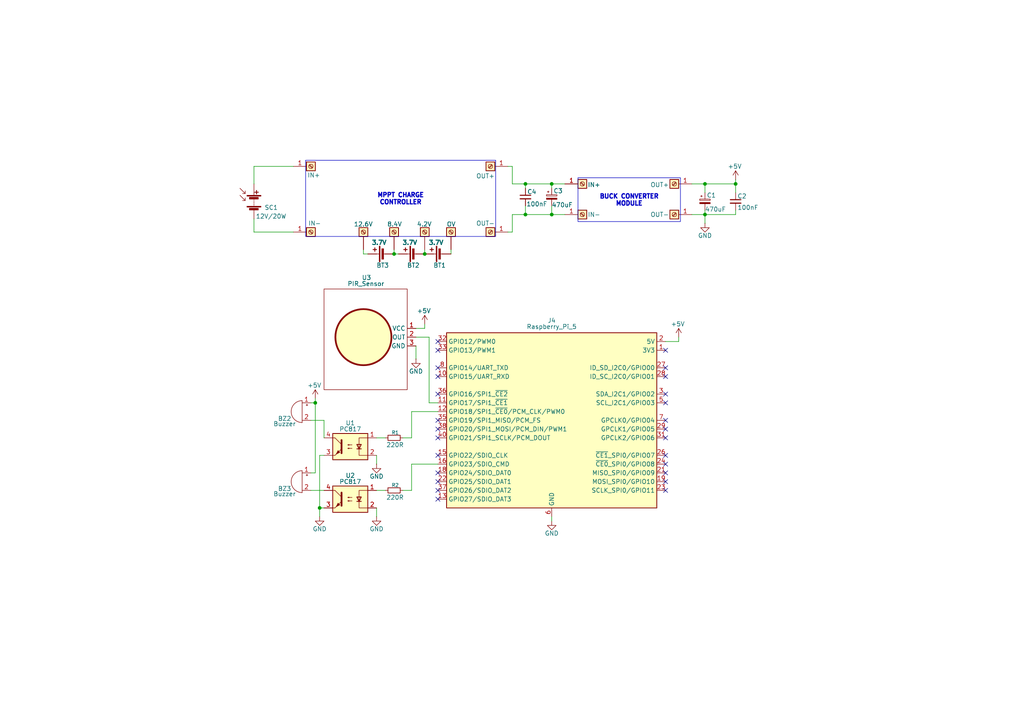
<source format=kicad_sch>
(kicad_sch (version 20250114) (generator "eeschema") (generator_version "9.0")
  (paper "A4")
  (lib_symbols
    (symbol "Connector:Screw_Terminal_01x01" (pin_names (offset 1.016) (hide yes))
      (property "Reference" "J" (at 0 2.54 0))
      (property "Value" "Screw_Terminal_01x01" (at 0 -2.54 0))
      (symbol "Screw_Terminal_01x01_1_1"
        (rectangle (start -1.27 1.27) (end 1.27 -1.27) (stroke (width 0.254)) (fill (type background)))
        (polyline (pts (xy -0.5334 0.3302) (xy 0.3302 -0.508)) (stroke (width 0.1524)))
        (polyline (pts (xy -0.3556 0.508) (xy 0.508 -0.3302)) (stroke (width 0.1524)))
        (circle (center 0 0) (radius 0.635) (stroke (width 0.1524)))
        (pin passive line (at -5.08 0 0) (length 3.81) (name "Pin_1") (number "1"))
      )
    )
    (symbol "Device:Battery_Cell" (pin_numbers (hide yes)) (pin_names (offset 0) (hide yes))
      (property "Reference" "BT" (at 2.54 2.54 0))
      (property "Value" "Battery_Cell" (at 2.54 0 0))
      (symbol "Battery_Cell_0_1"
        (rectangle (start -2.286 1.778) (end 2.286 1.524) (fill (type outline)))
        (rectangle (start -1.524 1.016) (end 1.524 0.508) (fill (type outline)))
        (polyline (pts (xy 0 1.778) (xy 0 2.54)))
        (polyline (pts (xy 0 0.762) (xy 0 0)))
        (polyline (pts (xy 0.762 3.048) (xy 1.778 3.048)) (stroke (width 0.254)))
        (polyline (pts (xy 1.27 3.556) (xy 1.27 2.54)) (stroke (width 0.254)))
      )
      (symbol "Battery_Cell_1_1"
        (pin passive line (at 0 5.08 270) (length 2.54) (name "+") (number "1"))
        (pin passive line (at 0 -2.54 90) (length 2.54) (name "-") (number "2"))
      )
    )
    (symbol "Device:Buzzer" (pin_names (offset 0.0254) (hide yes))
      (property "Reference" "BZ" (at 3.81 1.27 0))
      (property "Value" "Buzzer" (at 3.81 -1.27 0))
      (symbol "Buzzer_0_1"
        (polyline (pts (xy -1.651 1.905) (xy -1.143 1.905)))
        (polyline (pts (xy -1.397 2.159) (xy -1.397 1.651)))
        (arc (start 0 3.175) (mid 3.1612 0) (end 0 -3.175))
        (polyline (pts (xy 0 3.175) (xy 0 -3.175)))
      )
      (symbol "Buzzer_1_1"
        (pin passive line (at -2.54 2.54 0) (length 2.54) (name "+") (number "1"))
        (pin passive line (at -2.54 -2.54 0) (length 2.54) (name "-") (number "2"))
      )
    )
    (symbol "Device:C_Polarized_Small" (pin_numbers (hide yes)) (pin_names (offset 0.254) (hide yes))
      (property "Reference" "C" (at 0.254 1.778 0))
      (property "Value" "C_Polarized_Small" (at 0.254 -2.032 0))
      (symbol "C_Polarized_Small_0_1"
        (rectangle (start -1.524 0.6858) (end 1.524 0.3048))
        (rectangle (start -1.524 -0.3048) (end 1.524 -0.6858) (fill (type outline)))
        (polyline (pts (xy -1.27 1.524) (xy -0.762 1.524)))
        (polyline (pts (xy -1.016 1.27) (xy -1.016 1.778)))
      )
      (symbol "C_Polarized_Small_1_1"
        (pin passive line (at 0 2.54 270) (length 1.8542) (name "~") (number "1"))
        (pin passive line (at 0 -2.54 90) (length 1.8542) (name "~") (number "2"))
      )
    )
    (symbol "Device:C_Small" (pin_numbers (hide yes)) (pin_names (offset 0.254) (hide yes))
      (property "Reference" "C" (at 0.254 1.778 0))
      (property "Value" "C_Small" (at 0.254 -2.032 0))
      (symbol "C_Small_0_1"
        (polyline (pts (xy -1.524 0.508) (xy 1.524 0.508)) (stroke (width 0.3048)))
        (polyline (pts (xy -1.524 -0.508) (xy 1.524 -0.508)) (stroke (width 0.3302)))
      )
      (symbol "C_Small_1_1"
        (pin passive line (at 0 2.54 270) (length 2.032) (name "~") (number "1"))
        (pin passive line (at 0 -2.54 90) (length 2.032) (name "~") (number "2"))
      )
    )
    (symbol "Device:Solar_Cells" (pin_numbers (hide yes)) (pin_names (offset 0) (hide yes))
      (property "Reference" "SC" (at 2.54 2.54 0))
      (property "Value" "Solar_Cells" (at 2.54 0 0))
      (symbol "Solar_Cells_0_1"
        (polyline (pts (xy -2.54 3.048) (xy -2.54 2.286) (xy -3.302 2.286)))
        (polyline (pts (xy -2.54 2.286) (xy -4.064 3.81)))
        (polyline (pts (xy -2.54 1.016) (xy -2.54 0.254) (xy -3.302 0.254)))
        (polyline (pts (xy -2.54 0.254) (xy -4.064 1.778)))
        (rectangle (start -2.032 1.778) (end 2.032 1.524) (fill (type outline)))
        (rectangle (start -2.032 -1.397) (end 2.032 -1.651) (fill (type outline)))
        (rectangle (start -1.3208 1.1938) (end 1.27 0.6858) (fill (type outline)))
        (rectangle (start -1.3208 -1.9812) (end 1.27 -2.4892) (fill (type outline)))
        (polyline (pts (xy 0 1.778) (xy 0 2.54)))
        (polyline (pts (xy 0 0.508) (xy 0 0.762)))
        (polyline (pts (xy 0 0) (xy 0 0.254)))
        (polyline (pts (xy 0 -0.508) (xy 0 -0.254)))
        (polyline (pts (xy 0 -1.016) (xy 0 -0.762)))
        (polyline (pts (xy 0 -1.524) (xy 0 -1.27)))
        (polyline (pts (xy 0.254 2.667) (xy 1.27 2.667)) (stroke (width 0.254)))
        (polyline (pts (xy 0.762 3.175) (xy 0.762 2.159)) (stroke (width 0.254)))
      )
      (symbol "Solar_Cells_1_1"
        (pin passive line (at 0 5.08 270) (length 2.54) (name "+") (number "1"))
        (pin passive line (at 0 -5.08 90) (length 2.54) (name "-") (number "2"))
      )
    )
    (symbol "Isolator:PC817" (pin_names (offset 1.016))
      (property "Reference" "U" (at -5.08 5.08 0))
      (property "Value" "PC817" (at 0 5.08 0))
      (symbol "PC817_0_1"
        (rectangle (start -5.08 3.81) (end 5.08 -3.81) (stroke (width 0.254)) (fill (type background)))
        (polyline (pts (xy -5.08 2.54) (xy -2.54 2.54) (xy -2.54 -0.635)))
        (polyline (pts (xy -3.175 -0.635) (xy -1.905 -0.635)) (stroke (width 0.254)))
        (polyline (pts (xy -2.54 -0.635) (xy -2.54 -2.54) (xy -5.08 -2.54)))
        (polyline (pts (xy -2.54 -0.635) (xy -3.175 0.635) (xy -1.905 0.635) (xy -2.54 -0.635)) (stroke (width 0.254)))
        (polyline (pts (xy -0.508 0.508) (xy 0.762 0.508) (xy 0.381 0.381) (xy 0.381 0.635) (xy 0.762 0.508)))
        (polyline (pts (xy -0.508 -0.508) (xy 0.762 -0.508) (xy 0.381 -0.635) (xy 0.381 -0.381) (xy 0.762 -0.508)))
        (polyline (pts (xy 2.54 1.905) (xy 2.54 -1.905)) (stroke (width 0.508)))
        (polyline (pts (xy 2.54 0.635) (xy 4.445 2.54)))
        (polyline (pts (xy 3.048 -1.651) (xy 3.556 -1.143) (xy 4.064 -2.159) (xy 3.048 -1.651)) (fill (type outline)))
        (polyline (pts (xy 4.445 2.54) (xy 5.08 2.54)))
        (polyline (pts (xy 4.445 -2.54) (xy 2.54 -0.635)) (fill (type outline)))
        (polyline (pts (xy 4.445 -2.54) (xy 5.08 -2.54)))
      )
      (symbol "PC817_1_1"
        (pin passive line (at -7.62 2.54 0) (length 2.54) (name "~") (number "1"))
        (pin passive line (at -7.62 -2.54 0) (length 2.54) (name "~") (number "2"))
        (pin passive line (at 7.62 2.54 180) (length 2.54) (name "~") (number "4"))
        (pin passive line (at 7.62 -2.54 180) (length 2.54) (name "~") (number "3"))
      )
    )
    (symbol "PCM_SL_Breakout_Boards:PIR_Sensor"
      (property "Reference" "U" (at -1.27 20.32 0))
      (property "Value" "PIR_Sensor" (at -1.27 17.78 0))
      (symbol "PIR_Sensor_0_1"
        (rectangle (start -12.7 13.97) (end 11.43 -15.24))
        (circle (center 0 0) (radius 8.132) (stroke (width 0.5)) (fill (type background)))
      )
      (symbol "PIR_Sensor_1_1"
        (pin power_in line (at -15.24 2.54 0) (length 2.54) (name "VCC") (number "1"))
        (pin output line (at -15.24 0 0) (length 2.54) (name "OUT") (number "2"))
        (pin power_in line (at -15.24 -2.54 0) (length 2.54) (name "GND") (number "3"))
      )
    )
    (symbol "R_Small_1" (pin_numbers (hide yes)) (pin_names (offset 0.254) (hide yes))
      (property "Reference" "R" (at 0 0 90))
      (property "Value" "R_Small" (at 1.778 0 90))
      (symbol "R_Small_1_0_1"
        (rectangle (start -0.762 1.778) (end 0.762 -1.778) (stroke (width 0.2032)))
      )
      (symbol "R_Small_1_1_1"
        (pin passive line (at 0 2.54 270) (length 0.762) (name "~") (number "1"))
        (pin passive line (at 0 -2.54 90) (length 0.762) (name "~") (number "2"))
      )
    )
    (symbol "Raspberry_Pi_4_1"
      (property "Reference" "J" (at -17.526 48.768 0))
      (property "Value" "Raspberry_Pi_4" (at 15.748 -26.416 0))
      (symbol "Raspberry_Pi_4_1_0_1"
        (rectangle (start -30.48 25.4) (end 30.48 -25.4) (stroke (width 0.254)) (fill (type background)))
      )
      (symbol "Raspberry_Pi_4_1_1_1"
        (pin bidirectional line (at -33.02 22.86 0) (length 2.54) (name "GPIO12/PWM0") (number "32"))
        (pin bidirectional line (at -33.02 20.32 0) (length 2.54) (name "GPIO13/PWM1") (number "33"))
        (pin bidirectional line (at -33.02 15.24 0) (length 2.54) (name "GPIO14/UART_TXD") (number "8"))
        (pin bidirectional line (at -33.02 12.7 0) (length 2.54) (name "GPIO15/UART_RXD") (number "10"))
        (pin bidirectional line (at -33.02 7.62 0) (length 2.54) (name "GPIO16/SPI1_~{CE2}") (number "36"))
        (pin bidirectional line (at -33.02 5.08 0) (length 2.54) (name "GPIO17/SPI1_~{CE1}") (number "11"))
        (pin bidirectional line (at -33.02 2.54 0) (length 2.54) (name "GPIO18/SPI1_~{CE0}/PCM_CLK/PWM0") (number "12"))
        (pin bidirectional line (at -33.02 0 0) (length 2.54) (name "GPIO19/SPI1_MISO/PCM_FS") (number "35"))
        (pin bidirectional line (at -33.02 -2.54 0) (length 2.54) (name "GPIO20/SPI1_MOSI/PCM_DIN/PWM1") (number "38"))
        (pin bidirectional line (at -33.02 -5.08 0) (length 2.54) (name "GPIO21/SPI1_SCLK/PCM_DOUT") (number "40"))
        (pin bidirectional line (at -33.02 -10.16 0) (length 2.54) (name "GPIO22/SDIO_CLK") (number "15"))
        (pin bidirectional line (at -33.02 -12.7 0) (length 2.54) (name "GPIO23/SDIO_CMD") (number "16"))
        (pin bidirectional line (at -33.02 -15.24 0) (length 2.54) (name "GPIO24/SDIO_DAT0") (number "18"))
        (pin bidirectional line (at -33.02 -17.78 0) (length 2.54) (name "GPIO25/SDIO_DAT1") (number "22"))
        (pin bidirectional line (at -33.02 -20.32 0) (length 2.54) (name "GPIO26/SDIO_DAT2") (number "37"))
        (pin bidirectional line (at -33.02 -22.86 0) (length 2.54) (name "GPIO27/SDIO_DAT3") (number "13"))
        (pin passive line (at 0 -27.94 90) (length 2.54) (hide yes) (name "GND") (number "14"))
        (pin passive line (at 0 -27.94 90) (length 2.54) (hide yes) (name "GND") (number "20"))
        (pin passive line (at 0 -27.94 90) (length 2.54) (hide yes) (name "GND") (number "25"))
        (pin passive line (at 0 -27.94 90) (length 2.54) (hide yes) (name "GND") (number "30"))
        (pin passive line (at 0 -27.94 90) (length 2.54) (hide yes) (name "GND") (number "34"))
        (pin passive line (at 0 -27.94 90) (length 2.54) (hide yes) (name "GND") (number "39"))
        (pin power_out line (at 0 -27.94 90) (length 2.54) (name "GND") (number "6"))
        (pin passive line (at 0 -27.94 90) (length 2.54) (hide yes) (name "GND") (number "9"))
        (pin power_out line (at 33.02 22.86 180) (length 2.54) (name "5V") (number "2"))
        (pin passive line (at 33.02 22.86 180) (length 2.54) (hide yes) (name "5V") (number "4"))
        (pin power_out line (at 33.02 20.32 180) (length 2.54) (name "3V3") (number "1"))
        (pin passive line (at 33.02 20.32 180) (length 2.54) (hide yes) (name "3V3") (number "17"))
        (pin bidirectional line (at 33.02 15.24 180) (length 2.54) (name "ID_SD_I2C0/GPIO00") (number "27"))
        (pin bidirectional line (at 33.02 12.7 180) (length 2.54) (name "ID_SC_I2C0/GPIO01") (number "28"))
        (pin bidirectional line (at 33.02 7.62 180) (length 2.54) (name "SDA_I2C1/GPIO02") (number "3"))
        (pin bidirectional line (at 33.02 5.08 180) (length 2.54) (name "SCL_I2C1/GPIO03") (number "5"))
        (pin bidirectional line (at 33.02 0 180) (length 2.54) (name "GPCLK0/GPIO04") (number "7"))
        (pin bidirectional line (at 33.02 -2.54 180) (length 2.54) (name "GPCLK1/GPIO05") (number "29"))
        (pin bidirectional line (at 33.02 -5.08 180) (length 2.54) (name "GPCLK2/GPIO06") (number "31"))
        (pin bidirectional line (at 33.02 -10.16 180) (length 2.54) (name "~{CE1}_SPI0/GPIO07") (number "26"))
        (pin bidirectional line (at 33.02 -12.7 180) (length 2.54) (name "~{CE0}_SPI0/GPIO08") (number "24"))
        (pin bidirectional line (at 33.02 -15.24 180) (length 2.54) (name "MISO_SPI0/GPIO09") (number "21"))
        (pin bidirectional line (at 33.02 -17.78 180) (length 2.54) (name "MOSI_SPI0/GPIO10") (number "19"))
        (pin bidirectional line (at 33.02 -20.32 180) (length 2.54) (name "SCLK_SPI0/GPIO11") (number "23"))
      )
    )
    (symbol "Screw_Terminal_01x01_1" (pin_names (offset 1.016) (hide yes))
      (property "Value" "+" (at 1.524 0 0))
      (symbol "Screw_Terminal_01x01_1_1_1"
        (rectangle (start -1.27 1.27) (end 1.27 -1.27) (stroke (width 0.254)) (fill (type background)))
        (polyline (pts (xy -0.5334 0.3302) (xy 0.3302 -0.508)) (stroke (width 0.1524)))
        (polyline (pts (xy -0.3556 0.508) (xy 0.508 -0.3302)) (stroke (width 0.1524)))
        (circle (center 0 0) (radius 0.635) (stroke (width 0.1524)))
        (pin passive line (at -5.08 0 0) (length 3.81) (name "Pin_1") (number ""))
      )
    )
    (symbol "power:+5V" (power) (pin_numbers (hide yes)) (pin_names (offset 0) (hide yes))
      (property "Value" "+5V" (at 0 3.556 0))
      (symbol "+5V_0_1"
        (polyline (pts (xy -0.762 1.27) (xy 0 2.54)))
        (polyline (pts (xy 0 2.54) (xy 0.762 1.27)))
        (polyline (pts (xy 0 0) (xy 0 2.54)))
      )
      (symbol "+5V_1_1"
        (pin power_in line (at 0 0 90) (length 0) (name "~") (number "1"))
      )
    )
    (symbol "power:GND" (power) (pin_numbers (hide yes)) (pin_names (offset 0) (hide yes))
      (property "Value" "GND" (at 0 -3.81 0))
      (symbol "GND_0_1"
        (polyline (pts (xy 0 0) (xy 0 -1.27) (xy 1.27 -1.27) (xy 0 -2.54) (xy -1.27 -1.27) (xy 0 -1.27)))
      )
      (symbol "GND_1_1"
        (pin power_in line (at 0 0 270) (length 0) (name "~") (number "1"))
      )
    )
  )
  (text_box "MPPT CHARGE\nCONTROLLER" (at 88.646 46.482 0) (size 55.118 22.098) (margins 0.9525 0.9525 0.9525 0.9525) (effects (font (size 1.27 1.27) (thickness 0.3556) (bold yes))))
  (text_box "BUCK CONVERTER\nMODULE" (at 167.64 51.562 0) (size 29.718 12.7) (margins 0.9525 0.9525 0.9525 0.9525) (effects (font (size 1.27 1.27) (thickness 0.3556) (bold yes))))
  (junction (at 213.36 53.34))
  (junction (at 160.02 62.23))
  (junction (at 160.02 53.34))
  (junction (at 204.47 62.23))
  (junction (at 152.4 62.23))
  (junction (at 92.71 147.32))
  (junction (at 152.4 53.34))
  (junction (at 91.44 116.84))
  (junction (at 114.3 73.66))
  (junction (at 204.47 53.34))
  (junction (at 123.19 73.66))
  (no_connect (at 127 106.68))
  (no_connect (at 193.04 106.68))
  (no_connect (at 127 144.78))
  (no_connect (at 127 101.6))
  (no_connect (at 193.04 114.3))
  (no_connect (at 127 132.08))
  (no_connect (at 127 127))
  (no_connect (at 193.04 142.24))
  (no_connect (at 193.04 101.6))
  (no_connect (at 193.04 124.46))
  (no_connect (at 193.04 127))
  (no_connect (at 127 142.24))
  (no_connect (at 127 114.3))
  (no_connect (at 193.04 109.22))
  (no_connect (at 127 139.7))
  (no_connect (at 193.04 134.62))
  (no_connect (at 193.04 121.92))
  (no_connect (at 127 99.06))
  (no_connect (at 193.04 139.7))
  (no_connect (at 127 137.16))
  (no_connect (at 127 109.22))
  (no_connect (at 127 121.92))
  (no_connect (at 193.04 132.08))
  (no_connect (at 193.04 116.84))
  (no_connect (at 193.04 137.16))
  (no_connect (at 127 124.46))
  (wire (pts (xy 204.47 53.34) (xy 200.66 53.34)))
  (wire (pts (xy 160.02 53.34) (xy 163.83 53.34)))
  (wire (pts (xy 109.22 147.32) (xy 109.22 149.86)))
  (wire (pts (xy 119.38 134.62) (xy 119.38 142.24)))
  (wire (pts (xy 73.66 67.31) (xy 85.09 67.31)))
  (wire (pts (xy 92.71 147.32) (xy 92.71 149.86)))
  (wire (pts (xy 152.4 62.23) (xy 160.02 62.23)))
  (wire (pts (xy 130.81 72.39) (xy 130.81 73.66)))
  (wire (pts (xy 213.36 62.23) (xy 204.47 62.23)))
  (wire (pts (xy 152.4 59.69) (xy 152.4 62.23)))
  (wire (pts (xy 124.46 97.79) (xy 124.46 116.84)))
  (wire (pts (xy 92.71 132.08) (xy 92.71 147.32)))
  (wire (pts (xy 204.47 53.34) (xy 204.47 55.88)))
  (wire (pts (xy 196.85 99.06) (xy 193.04 99.06)))
  (wire (pts (xy 73.66 63.5) (xy 73.66 67.31)))
  (wire (pts (xy 116.84 127) (xy 119.38 127)))
  (wire (pts (xy 109.22 142.24) (xy 111.76 142.24)))
  (wire (pts (xy 148.59 62.23) (xy 152.4 62.23)))
  (wire (pts (xy 109.22 127) (xy 111.76 127)))
  (wire (pts (xy 148.59 48.26) (xy 148.59 53.34)))
  (wire (pts (xy 105.41 72.39) (xy 105.41 73.66)))
  (wire (pts (xy 120.65 100.33) (xy 120.65 104.14)))
  (wire (pts (xy 90.17 142.24) (xy 93.98 142.24)))
  (wire (pts (xy 92.71 147.32) (xy 93.98 147.32)))
  (wire (pts (xy 213.36 53.34) (xy 204.47 53.34)))
  (wire (pts (xy 160.02 53.34) (xy 160.02 54.61)))
  (wire (pts (xy 93.98 132.08) (xy 92.71 132.08)))
  (wire (pts (xy 114.3 72.39) (xy 114.3 73.66)))
  (wire (pts (xy 93.98 121.92) (xy 93.98 127)))
  (wire (pts (xy 147.32 48.26) (xy 148.59 48.26)))
  (wire (pts (xy 105.41 73.66) (xy 106.68 73.66)))
  (wire (pts (xy 119.38 119.38) (xy 119.38 127)))
  (wire (pts (xy 90.17 137.16) (xy 91.44 137.16)))
  (wire (pts (xy 160.02 59.69) (xy 160.02 62.23)))
  (wire (pts (xy 160.02 62.23) (xy 163.83 62.23)))
  (wire (pts (xy 204.47 62.23) (xy 200.66 62.23)))
  (wire (pts (xy 196.85 97.79) (xy 196.85 99.06)))
  (wire (pts (xy 91.44 137.16) (xy 91.44 116.84)))
  (wire (pts (xy 123.19 72.39) (xy 123.19 73.66)))
  (wire (pts (xy 148.59 67.31) (xy 148.59 62.23)))
  (wire (pts (xy 213.36 52.07) (xy 213.36 53.34)))
  (wire (pts (xy 114.3 73.66) (xy 115.57 73.66)))
  (wire (pts (xy 213.36 53.34) (xy 213.36 55.88)))
  (wire (pts (xy 160.02 149.86) (xy 160.02 151.13)))
  (wire (pts (xy 90.17 121.92) (xy 93.98 121.92)))
  (wire (pts (xy 116.84 142.24) (xy 119.38 142.24)))
  (wire (pts (xy 91.44 115.57) (xy 91.44 116.84)))
  (wire (pts (xy 123.19 95.25) (xy 120.65 95.25)))
  (wire (pts (xy 204.47 62.23) (xy 204.47 64.77)))
  (wire (pts (xy 119.38 119.38) (xy 127 119.38)))
  (wire (pts (xy 109.22 132.08) (xy 109.22 134.62)))
  (wire (pts (xy 91.44 116.84) (xy 90.17 116.84)))
  (wire (pts (xy 152.4 53.34) (xy 160.02 53.34)))
  (wire (pts (xy 120.65 97.79) (xy 124.46 97.79)))
  (wire (pts (xy 73.66 48.26) (xy 85.09 48.26)))
  (wire (pts (xy 127 116.84) (xy 124.46 116.84)))
  (wire (pts (xy 119.38 134.62) (xy 127 134.62)))
  (wire (pts (xy 147.32 67.31) (xy 148.59 67.31)))
  (wire (pts (xy 213.36 60.96) (xy 213.36 62.23)))
  (wire (pts (xy 123.19 93.98) (xy 123.19 95.25)))
  (wire (pts (xy 148.59 53.34) (xy 152.4 53.34)))
  (wire (pts (xy 152.4 53.34) (xy 152.4 54.61)))
  (wire (pts (xy 204.47 60.96) (xy 204.47 62.23)))
  (wire (pts (xy 73.66 53.34) (xy 73.66 48.26)))
  (symbol (lib_id "Isolator:PC817") (at 101.6 144.78 0) (mirror y) (unit 1)
    (property "Reference" "U2" (at 101.6 137.922 0))
    (property "Value" "PC817" (at 101.6 139.7 0))
    (property "Footprint" "Package_DIP:DIP-4_W7.62mm" (effects (hide yes)))
    (property "Datasheet" "http://www.soselectronic.cz/a_info/resource/d/pc817.pdf" (effects (hide yes)))
    (property "Description" "DC Optocoupler, Vce 35V, CTR 50-300%, DIP-4" (effects (hide yes)))
  )
  (symbol (lib_id "Connector:Screw_Terminal_01x01") (at 90.17 48.26 0) (unit 1)
    (property "Reference" "J1" (effects (hide yes)))
    (property "Value" "IN+" (at 89.154 50.8 0) (effects (justify left)))
    (property "Description" "Generic screw terminal, single row, 01x01, script generated (kicad-library-utils/schlib/autogen/connector/)" (effects (hide yes)))
  )
  (symbol (lib_id "Connector:Screw_Terminal_01x01") (at 90.17 67.31 0) (unit 1)
    (property "Reference" "J2" (effects (hide yes)))
    (property "Value" "IN-" (at 89.408 64.77 0) (effects (justify left)))
    (property "Description" "Generic screw terminal, single row, 01x01, script generated (kicad-library-utils/schlib/autogen/connector/)" (effects (hide yes)))
  )
  (symbol (lib_id "Device:C_Polarized_Small") (at 160.02 57.15 0) (unit 1)
    (property "Reference" "C3" (at 160.528 55.372 0) (effects (justify left)))
    (property "Value" "470uF" (at 160.02 59.436 0) (effects (justify left)))
    (property "Description" "Polarized capacitor, small symbol" (effects (hide yes)))
  )
  (symbol (lib_id "Device:Solar_Cells") (at 73.66 58.42 0) (unit 1)
    (property "Reference" "SC1" (at 76.708 60.198 0) (effects (justify left)))
    (property "Value" "12V/20W" (at 74.168 62.738 0) (effects (justify left)))
    (property "Description" "Multiple solar cells" (effects (hide yes)))
  )
  (symbol (lib_name "Screw_Terminal_01x01_1") (lib_id "Connector:Screw_Terminal_01x01") (at 105.41 67.31 270) (mirror x) (unit 1) (on_board no)
    (property "Reference" "J10" (effects (hide yes)))
    (property "Value" "12.6V" (at 102.616 65.024 90) (effects (justify left)))
    (property "Description" "Generic screw terminal, single row, 01x01, script generated (kicad-library-utils/schlib/autogen/connector/)" (effects (hide yes)))
  )
  (symbol (lib_id "Connector:Screw_Terminal_01x01") (at 168.91 62.23 0) (unit 1)
    (property "Reference" "J7" (effects (hide yes)))
    (property "Value" "IN-" (at 170.434 62.23 0) (effects (justify left)))
    (property "Description" "Generic screw terminal, single row, 01x01, script generated (kicad-library-utils/schlib/autogen/connector/)" (effects (hide yes)))
  )
  (symbol (lib_id "power:+5V") (at 123.19 93.98 0) (unit 1)
    (property "Reference" "#PWR012" (effects (hide yes)))
    (property "Value" "+5V" (at 122.936 90.17 0))
    (property "Description" "Power symbol creates a global label with name \"+5V\"" (effects (hide yes)))
  )
  (symbol (lib_name "R_Small_1") (lib_id "Device:R_Small") (at 114.3 142.24 270) (unit 1)
    (property "Reference" "R2" (at 113.538 140.716 90) (effects (font (size 1.016 1.016)) (justify left)))
    (property "Value" "220R" (at 112.014 144.272 90) (effects (justify left)))
    (property "Description" "Resistor, small symbol" (effects (hide yes)))
  )
  (symbol (lib_name "Screw_Terminal_01x01_1") (lib_id "Connector:Screw_Terminal_01x01") (at 130.81 67.31 270) (mirror x) (unit 1) (on_board no)
    (property "Reference" "J11" (effects (hide yes)))
    (property "Value" "OV" (at 129.54 65.024 90) (effects (justify left)))
    (property "Description" "Generic screw terminal, single row, 01x01, script generated (kicad-library-utils/schlib/autogen/connector/)" (effects (hide yes)))
  )
  (symbol (lib_id "power:+5V") (at 213.36 52.07 0) (unit 1)
    (property "Reference" "#PWR01" (effects (hide yes)))
    (property "Value" "+5V" (at 213.106 48.26 0))
    (property "Description" "Power symbol creates a global label with name \"+5V\"" (effects (hide yes)))
  )
  (symbol (lib_id "power:GND") (at 109.22 149.86 0) (unit 1)
    (property "Reference" "#PWR07" (effects (hide yes)))
    (property "Value" "GND" (at 109.22 153.416 0))
    (property "Description" "Power symbol creates a global label with name \"GND\" , ground" (effects (hide yes)))
  )
  (symbol (lib_id "power:GND") (at 92.71 149.86 0) (unit 1)
    (property "Reference" "#PWR08" (effects (hide yes)))
    (property "Value" "GND" (at 92.71 153.416 0))
    (property "Description" "Power symbol creates a global label with name \"GND\" , ground" (effects (hide yes)))
  )
  (symbol (lib_id "power:+5V") (at 196.85 97.79 0) (unit 1)
    (property "Reference" "#PWR011" (effects (hide yes)))
    (property "Value" "+5V" (at 196.596 93.98 0))
    (property "Description" "Power symbol creates a global label with name \"+5V\"" (effects (hide yes)))
  )
  (symbol (lib_id "Connector:Screw_Terminal_01x01") (at 195.58 62.23 0) (mirror y) (unit 1)
    (property "Reference" "J9" (effects (hide yes)))
    (property "Value" "OUT-" (at 194.056 62.23 0) (effects (justify left)))
    (property "Description" "Generic screw terminal, single row, 01x01, script generated (kicad-library-utils/schlib/autogen/connector/)" (effects (hide yes)))
  )
  (symbol (lib_id "power:GND") (at 160.02 151.13 0) (unit 1)
    (property "Reference" "#PWR010" (effects (hide yes)))
    (property "Value" "GND" (at 160.02 154.686 0))
    (property "Description" "Power symbol creates a global label with name \"GND\" , ground" (effects (hide yes)))
  )
  (symbol (lib_id "power:GND") (at 120.65 104.14 0) (unit 1)
    (property "Reference" "#PWR013" (effects (hide yes)))
    (property "Value" "GND" (at 120.65 107.696 0))
    (property "Description" "Power symbol creates a global label with name \"GND\" , ground" (effects (hide yes)))
  )
  (symbol (lib_id "power:+5V") (at 91.44 115.57 0) (unit 1)
    (property "Reference" "#PWR09" (effects (hide yes)))
    (property "Value" "+5V" (at 91.186 111.76 0))
    (property "Description" "Power symbol creates a global label with name \"+5V\"" (effects (hide yes)))
  )
  (symbol (lib_id "Device:C_Small") (at 213.36 58.42 0) (unit 1)
    (property "Reference" "C2" (at 213.868 56.896 0) (effects (justify left)))
    (property "Value" "100nF" (at 213.868 60.198 0) (effects (justify left)))
    (property "Description" "Unpolarized capacitor, small symbol" (effects (hide yes)))
  )
  (symbol (lib_id "Device:C_Polarized_Small") (at 204.47 58.42 0) (unit 1)
    (property "Reference" "C1" (at 204.978 56.642 0) (effects (justify left)))
    (property "Value" "470uF" (at 204.47 60.706 0) (effects (justify left)))
    (property "Description" "Polarized capacitor, small symbol" (effects (hide yes)))
  )
  (symbol (lib_name "Screw_Terminal_01x01_1") (lib_id "Connector:Screw_Terminal_01x01") (at 123.19 67.31 270) (mirror x) (unit 1) (in_bom no)
    (property "Reference" "J15" (effects (hide yes)))
    (property "Value" "4.2V" (at 120.904 65.024 90) (effects (justify left)))
    (property "Description" "Generic screw terminal, single row, 01x01, script generated (kicad-library-utils/schlib/autogen/connector/)" (effects (hide yes)))
  )
  (symbol (lib_id "Connector:Screw_Terminal_01x01") (at 142.24 67.31 0) (mirror y) (unit 1)
    (property "Reference" "J5" (effects (hide yes)))
    (property "Value" "OUT-" (at 143.51 64.77 0) (effects (justify left)))
    (property "Description" "Generic screw terminal, single row, 01x01, script generated (kicad-library-utils/schlib/autogen/connector/)" (effects (hide yes)))
  )
  (symbol (lib_id "PCM_SL_Breakout_Boards:PIR_Sensor") (at 105.41 97.79 0) (mirror y) (unit 1)
    (property "Reference" "U3" (at 107.696 80.518 0) (effects (justify left)))
    (property "Value" "PIR_Sensor" (at 111.506 82.296 0) (effects (justify left)))
    (property "Footprint" "PCM_SL_Breakout_Boards:PIR-Sensor" (effects (hide yes)))
  )
  (symbol (lib_id "Connector:Screw_Terminal_01x01") (at 195.58 53.34 0) (mirror y) (unit 1)
    (property "Reference" "J8" (effects (hide yes)))
    (property "Value" "OUT+" (at 194.056 53.594 0) (effects (justify left)))
    (property "Description" "Generic screw terminal, single row, 01x01, script generated (kicad-library-utils/schlib/autogen/connector/)" (effects (hide yes)))
  )
  (symbol (lib_name "R_Small_1") (lib_id "Device:R_Small") (at 114.3 127 270) (unit 1)
    (property "Reference" "R1" (at 113.538 125.476 90) (effects (font (size 1.016 1.016)) (justify left)))
    (property "Value" "220R" (at 112.014 129.032 90) (effects (justify left)))
    (property "Description" "Resistor, small symbol" (effects (hide yes)))
  )
  (symbol (lib_id "power:GND") (at 109.22 134.62 0) (unit 1)
    (property "Reference" "#PWR06" (effects (hide yes)))
    (property "Value" "GND" (at 109.22 138.176 0))
    (property "Description" "Power symbol creates a global label with name \"GND\" , ground" (effects (hide yes)))
  )
  (symbol (lib_id "Device:Buzzer") (at 87.63 119.38 0) (mirror y) (unit 1)
    (property "Reference" "BZ2" (at 82.55 121.412 0))
    (property "Value" "Buzzer" (at 82.55 122.936 0))
    (property "Description" "Buzzer, polarized" (effects (hide yes)))
  )
  (symbol (lib_id "Connector:Screw_Terminal_01x01") (at 142.24 48.26 0) (mirror y) (unit 1)
    (property "Reference" "J3" (effects (hide yes)))
    (property "Value" "OUT+" (at 143.51 51.054 0) (effects (justify left)))
    (property "Description" "Generic screw terminal, single row, 01x01, script generated (kicad-library-utils/schlib/autogen/connector/)" (effects (hide yes)))
  )
  (symbol (lib_id "Device:Buzzer") (at 87.63 139.7 0) (mirror y) (unit 1)
    (property "Reference" "BZ3" (at 82.55 141.732 0))
    (property "Value" "Buzzer" (at 82.55 143.256 0))
    (property "Description" "Buzzer, polarized" (effects (hide yes)))
  )
  (symbol (lib_id "Device:Battery_Cell") (at 128.27 73.66 90) (unit 1)
    (property "Reference" "BT1" (at 127.508 76.962 90))
    (property "Value" "3.7V" (at 126.492 70.358 90) (effects (font (thickness 0.254) (bold yes))))
    (property "Description" "Single-cell battery" (effects (hide yes)))
  )
  (symbol (lib_id "power:GND") (at 204.47 64.77 0) (unit 1)
    (property "Reference" "#PWR02" (effects (hide yes)))
    (property "Value" "GND" (at 204.47 68.326 0))
    (property "Description" "Power symbol creates a global label with name \"GND\" , ground" (effects (hide yes)))
  )
  (symbol (lib_id "Device:Battery_Cell") (at 120.65 73.66 90) (unit 1)
    (property "Reference" "BT2" (at 119.888 76.962 90))
    (property "Value" "3.7V" (at 118.872 70.358 90) (effects (font (thickness 0.254) (bold yes))))
    (property "Description" "Single-cell battery" (effects (hide yes)))
  )
  (symbol (lib_id "Device:C_Small") (at 152.4 57.15 0) (unit 1)
    (property "Reference" "C4" (at 152.908 55.626 0) (effects (justify left)))
    (property "Value" "100nF" (at 152.654 59.182 0) (effects (justify left)))
    (property "Description" "Unpolarized capacitor, small symbol" (effects (hide yes)))
  )
  (symbol (lib_id "Connector:Screw_Terminal_01x01") (at 168.91 53.34 0) (unit 1)
    (property "Reference" "J6" (effects (hide yes)))
    (property "Value" "IN+" (at 170.434 53.594 0) (effects (justify left)))
    (property "Description" "Generic screw terminal, single row, 01x01, script generated (kicad-library-utils/schlib/autogen/connector/)" (effects (hide yes)))
  )
  (symbol (lib_name "Screw_Terminal_01x01_1") (lib_id "Connector:Screw_Terminal_01x01") (at 114.3 67.31 270) (mirror x) (unit 1) (on_board no)
    (property "Reference" "J13" (effects (hide yes)))
    (property "Value" "8.4V" (at 112.268 65.024 90) (effects (justify left)))
    (property "Description" "Generic screw terminal, single row, 01x01, script generated (kicad-library-utils/schlib/autogen/connector/)" (effects (hide yes)))
  )
  (symbol (lib_id "Device:Battery_Cell") (at 111.76 73.66 90) (unit 1)
    (property "Reference" "BT3" (at 110.998 76.962 90))
    (property "Value" "3.7V" (at 109.982 70.358 90) (effects (font (thickness 0.254) (bold yes))))
    (property "Description" "Single-cell battery" (effects (hide yes)))
  )
  (symbol (lib_name "Raspberry_Pi_4_1") (lib_id "Connector:Raspberry_Pi_4") (at 160.02 121.92 0) (unit 1)
    (property "Reference" "J4" (at 160.02 92.964 0))
    (property "Value" "Raspberry_Pi_5" (at 160.02 94.742 0))
    (property "Datasheet" "https://datasheets.raspberrypi.com/rpi4/raspberry-pi-4-datasheet.pdf" (effects (hide yes)))
    (property "Description" "Raspberry Pi 4 Model B" (effects (hide yes)))
  )
  (symbol (lib_id "Isolator:PC817") (at 101.6 129.54 0) (mirror y) (unit 1)
    (property "Reference" "U1" (at 101.6 122.682 0))
    (property "Value" "PC817" (at 101.6 124.46 0))
    (property "Footprint" "Package_DIP:DIP-4_W7.62mm" (effects (hide yes)))
    (property "Datasheet" "http://www.soselectronic.cz/a_info/resource/d/pc817.pdf" (effects (hide yes)))
    (property "Description" "DC Optocoupler, Vce 35V, CTR 50-300%, DIP-4" (effects (hide yes)))
  )
)
</source>
